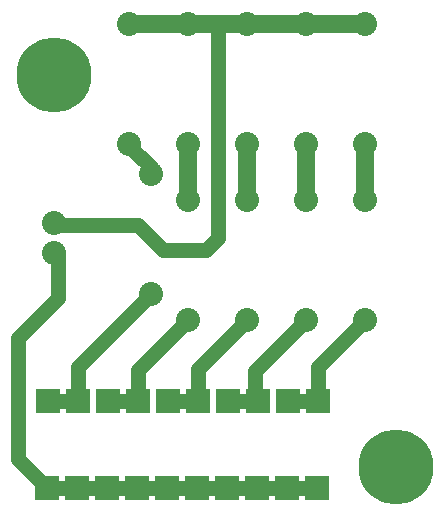
<source format=gbr>
G04 PROTEUS GERBER X2 FILE*
%TF.GenerationSoftware,Labcenter,Proteus,8.9-SP0-Build27865*%
%TF.CreationDate,2020-09-01T01:31:35+00:00*%
%TF.FileFunction,Copper,L2,Bot*%
%TF.FilePolarity,Positive*%
%TF.Part,Single*%
%TF.SameCoordinates,{645d2930-4b01-4661-932c-4068817f58a5}*%
%FSLAX45Y45*%
%MOMM*%
G01*
%TA.AperFunction,Conductor*%
%ADD13C,1.524000*%
%ADD14C,1.270000*%
%TA.AperFunction,ComponentPad*%
%ADD10C,2.032000*%
%TA.AperFunction,OtherPad,Unknown*%
%ADD11C,6.350000*%
%TA.AperFunction,ComponentPad*%
%ADD12R,2.032000X2.032000*%
%TD.AperFunction*%
D13*
X-7500000Y+6766000D02*
X-7500000Y+7234000D01*
X-7000000Y+6766000D02*
X-7000000Y+7234000D01*
X-6500000Y+6766000D02*
X-6500000Y+7234000D01*
X-8500000Y+8250000D02*
X-8000000Y+8250000D01*
X-7500000Y+8250000D02*
X-7000000Y+8250000D01*
X-6500000Y+8250000D01*
X-8000000Y+6766000D02*
X-8000000Y+7234000D01*
X-8000000Y+7250000D01*
X-8000000Y+8250000D02*
X-7750000Y+8250000D01*
X-7500000Y+8250000D01*
D14*
X-8500000Y+7234000D02*
X-8500000Y+7204000D01*
X-8484000Y+7204000D01*
X-8320000Y+7040000D01*
X-8320000Y+6986000D01*
X-7750000Y+8250000D02*
X-7750000Y+6443492D01*
X-7850547Y+6342945D01*
X-8215890Y+6342945D01*
X-8422945Y+6550000D01*
X-9126000Y+6550000D01*
D13*
X-9140000Y+6564000D01*
D14*
X-6500000Y+5750000D02*
X-6906000Y+5344000D01*
X-6906000Y+5060000D01*
X-7000000Y+5750000D02*
X-7439152Y+5310848D01*
X-7439152Y+5161600D01*
X-7414000Y+5060000D01*
X-7500000Y+5750000D02*
X-7922000Y+5328000D01*
X-7922000Y+5060000D01*
X-8000000Y+5750000D02*
X-8430000Y+5320000D01*
X-8430000Y+5060000D01*
X-9192000Y+5060000D02*
X-8948000Y+5060000D01*
X-8938000Y+5070000D01*
X-8938000Y+5060000D01*
X-8320000Y+5970000D02*
X-8938000Y+5352000D01*
X-8938000Y+5070000D01*
X-8684000Y+5060000D02*
X-8436341Y+5060000D01*
X-8405708Y+5029367D01*
X-8430000Y+5060000D01*
X-7922000Y+5060000D02*
X-8201797Y+5060000D01*
X-8202846Y+5058951D01*
X-8176000Y+5060000D01*
X-7668000Y+5060000D02*
X-7414000Y+5060000D01*
X-7160000Y+5060000D02*
X-6906000Y+5060000D01*
X-6908000Y+4320000D02*
X-7138471Y+4320000D01*
X-7163179Y+4344708D01*
X-7162000Y+4320000D01*
X-7437887Y+4323577D02*
X-7666423Y+4323577D01*
X-7670000Y+4320000D01*
X-7162000Y+4320000D02*
X-7434310Y+4320000D01*
X-7437887Y+4323577D01*
X-7416000Y+4320000D01*
X-7670000Y+4320000D02*
X-7924000Y+4320000D01*
X-8178000Y+4320000D01*
X-8423262Y+4320000D01*
X-8456423Y+4353161D01*
X-8432000Y+4320000D01*
X-8686000Y+4320000D01*
X-8940000Y+4320000D01*
X-9196673Y+4320000D01*
X-9221381Y+4344708D01*
X-9194000Y+4320000D01*
X-9441148Y+4567148D01*
X-9441148Y+5316755D01*
X-9441148Y+5593567D01*
X-9103008Y+5931707D01*
X-9103008Y+6287649D01*
X-9140026Y+6324667D01*
X-9140000Y+6310000D01*
D10*
X-8500000Y+7234000D03*
X-8500000Y+8250000D03*
X-8000000Y+7234000D03*
X-8000000Y+8250000D03*
X-7500000Y+7234000D03*
X-7500000Y+8250000D03*
X-7000000Y+7234000D03*
X-7000000Y+8250000D03*
X-6500000Y+7234000D03*
X-6500000Y+8250000D03*
X-8320000Y+5970000D03*
X-8320000Y+6986000D03*
X-8000000Y+5750000D03*
X-8000000Y+6766000D03*
X-7500000Y+5750000D03*
X-7500000Y+6766000D03*
X-7000000Y+5750000D03*
X-7000000Y+6766000D03*
X-6500000Y+5750000D03*
X-6500000Y+6766000D03*
D11*
X-6240000Y+4500000D03*
X-9140000Y+7820000D03*
D10*
X-9140000Y+6564000D03*
X-9140000Y+6310000D03*
D12*
X-6908000Y+4320000D03*
X-7162000Y+4320000D03*
X-7416000Y+4320000D03*
X-7670000Y+4320000D03*
X-7924000Y+4320000D03*
X-8178000Y+4320000D03*
X-8432000Y+4320000D03*
X-8686000Y+4320000D03*
X-8940000Y+4320000D03*
X-9194000Y+4320000D03*
X-9192000Y+5060000D03*
X-8938000Y+5060000D03*
X-8684000Y+5060000D03*
X-8430000Y+5060000D03*
X-8176000Y+5060000D03*
X-7922000Y+5060000D03*
X-7668000Y+5060000D03*
X-7414000Y+5060000D03*
X-7160000Y+5060000D03*
X-6906000Y+5060000D03*
M02*

</source>
